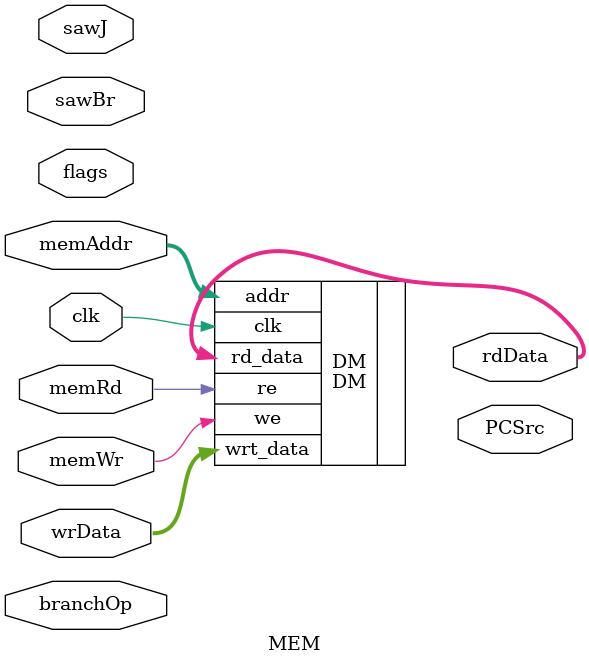
<source format=v>
`include "defines.v"
module MEM(
  clk,
  memAddr,
  flags,
  wrData,
  memWr,
  memRd,
  branchOp,
  sawBr,
  sawJ,
  rdData,
  PCSrc
);
  input [15:0] memAddr, wrData;
  input [2:0] flags, branchOp;
  input memWr, memRd, clk, sawBr, sawJ;
  output [15:0] rdData;
  output PCSrc;
/*
  wire N, Z, V, cmp;

  assign N = flags[2];
  assign Z = flags[1];
  assign V = flags[0];

  assign cmp = (branchOp == `BNEQ & Z == 1'b0) ? 1'b1 :
                 (branchOp == `BEQ & Z == 1'b1) ? 1'b1 :
                 (branchOp == `BGT & Z == 1'b0 & N == 1'b0) ? 1'b1 :
                 (branchOp == `BLT & N == 1'b1) ? 1'b1 :
                 (branchOp == `BGTE & N == 1'b0) ? 1'b1 :
                 (branchOp == `BLTE & (N == 1'b1 | Z == 1'b1)) ? 1'b1 :
                 (branchOp == `BOVFL & V == 1'b1) ? 1'b1 :
                 (branchOp == `BUNCOND) ? 1'b1 :
                 1'b0;

  assign PCSrc = (sawBr & cmp) | sawJ;
*/
  DM DM(.clk(clk), .addr(memAddr), .re(memRd), .we(memWr), .wrt_data(wrData), .rd_data(rdData));

endmodule

</source>
